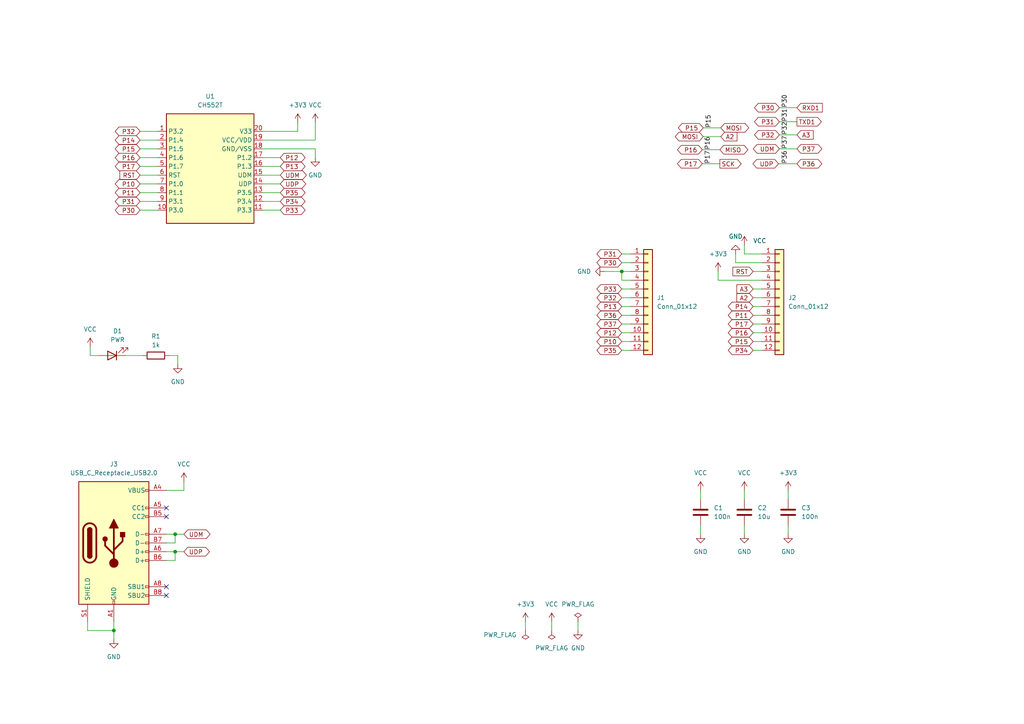
<source format=kicad_sch>
(kicad_sch (version 20230121) (generator eeschema)
  (paper "A4")
  (title_block (title "CH552T ProMicro") (date "2023-10-21") (rev "v0.1") (company "Namnlos") (comment 1 "Jan Lindblom"))
  (lib_symbols
    (symbol "Connector:USB_C_Receptacle_USB2.0" (pin_names (offset 1.016))
      (property "Reference" "J" (at -10.16 19.05 0))
      (property "Value" "USB_C_Receptacle_USB2.0" (at 19.05 19.05 0))
      (symbol "USB_C_Receptacle_USB2.0_0_0"
        (rectangle (start -0.254 -17.78) (end 0.254 -16.764))
        (rectangle (start 10.16 -14.986) (end 9.144 -15.494))
        (rectangle (start 10.16 -12.446) (end 9.144 -12.954))
        (rectangle (start 10.16 -4.826) (end 9.144 -5.334))
        (rectangle (start 10.16 -2.286) (end 9.144 -2.794))
        (rectangle (start 10.16 0.254) (end 9.144 -0.254))
        (rectangle (start 10.16 2.794) (end 9.144 2.286))
        (rectangle (start 10.16 7.874) (end 9.144 7.366))
        (rectangle (start 10.16 10.414) (end 9.144 9.906))
        (rectangle (start 10.16 15.494) (end 9.144 14.986))
      )
      (symbol "USB_C_Receptacle_USB2.0_0_1"
        (rectangle (start -10.16 17.78) (end 10.16 -17.78) (stroke (width 0.254)) (fill (type background)))
        (arc (start -8.89 -3.81) (mid -6.985 -5.7067) (end -5.08 -3.81) (stroke (width 0.508)))
        (arc (start -7.62 -3.81) (mid -6.985 -4.4423) (end -6.35 -3.81) (stroke (width 0.254)))
        (arc (start -7.62 -3.81) (mid -6.985 -4.4423) (end -6.35 -3.81) (stroke (width 0.254)) (fill (type outline)))
        (rectangle (start -7.62 -3.81) (end -6.35 3.81) (stroke (width 0.254)) (fill (type outline)))
        (arc (start -6.35 3.81) (mid -6.985 4.4423) (end -7.62 3.81) (stroke (width 0.254)))
        (arc (start -6.35 3.81) (mid -6.985 4.4423) (end -7.62 3.81) (stroke (width 0.254)) (fill (type outline)))
        (arc (start -5.08 3.81) (mid -6.985 5.7067) (end -8.89 3.81) (stroke (width 0.508)))
        (circle (center -2.54 1.143) (radius 0.635) (stroke (width 0.254)) (fill (type outline)))
        (circle (center 0 -5.842) (radius 1.27) (fill (type outline)))
        (polyline (pts (xy -8.89 -3.81) (xy -8.89 3.81)) (stroke (width 0.508)))
        (polyline (pts (xy -5.08 3.81) (xy -5.08 -3.81)) (stroke (width 0.508)))
        (polyline (pts (xy 0 -5.842) (xy 0 4.318)) (stroke (width 0.508)))
        (polyline (pts (xy 0 -3.302) (xy -2.54 -0.762) (xy -2.54 0.508)) (stroke (width 0.508)))
        (polyline (pts (xy 0 -2.032) (xy 2.54 0.508) (xy 2.54 1.778)) (stroke (width 0.508)))
        (polyline (pts (xy -1.27 4.318) (xy 0 6.858) (xy 1.27 4.318) (xy -1.27 4.318)) (stroke (width 0.254)) (fill (type outline)))
        (rectangle (start 1.905 1.778) (end 3.175 3.048) (stroke (width 0.254)) (fill (type outline)))
      )
      (symbol "USB_C_Receptacle_USB2.0_1_1"
        (pin passive line (at 0 -22.86 90) (length 5.08) (name "GND") (number "A1"))
        (pin passive line (at 0 -22.86 90) (length 5.08) hide (name "GND") (number "A12"))
        (pin passive line (at 15.24 15.24 180) (length 5.08) (name "VBUS") (number "A4"))
        (pin bidirectional line (at 15.24 10.16 180) (length 5.08) (name "CC1") (number "A5"))
        (pin bidirectional line (at 15.24 -2.54 180) (length 5.08) (name "D+") (number "A6"))
        (pin bidirectional line (at 15.24 2.54 180) (length 5.08) (name "D-") (number "A7"))
        (pin bidirectional line (at 15.24 -12.7 180) (length 5.08) (name "SBU1") (number "A8"))
        (pin passive line (at 15.24 15.24 180) (length 5.08) hide (name "VBUS") (number "A9"))
        (pin passive line (at 0 -22.86 90) (length 5.08) hide (name "GND") (number "B1"))
        (pin passive line (at 0 -22.86 90) (length 5.08) hide (name "GND") (number "B12"))
        (pin passive line (at 15.24 15.24 180) (length 5.08) hide (name "VBUS") (number "B4"))
        (pin bidirectional line (at 15.24 7.62 180) (length 5.08) (name "CC2") (number "B5"))
        (pin bidirectional line (at 15.24 -5.08 180) (length 5.08) (name "D+") (number "B6"))
        (pin bidirectional line (at 15.24 0 180) (length 5.08) (name "D-") (number "B7"))
        (pin bidirectional line (at 15.24 -15.24 180) (length 5.08) (name "SBU2") (number "B8"))
        (pin passive line (at 15.24 15.24 180) (length 5.08) hide (name "VBUS") (number "B9"))
        (pin passive line (at -7.62 -22.86 90) (length 5.08) (name "SHIELD") (number "S1"))
      )
    )
    (symbol "Connector_Generic:Conn_01x12" (pin_names (offset 1.016) hide)
      (property "Reference" "J" (at 0 15.24 0))
      (property "Value" "Conn_01x12" (at 0 -17.78 0))
      (symbol "Conn_01x12_1_1"
        (rectangle (start -1.27 -15.113) (end 0 -15.367) (stroke (width 0.1524)))
        (rectangle (start -1.27 -12.573) (end 0 -12.827) (stroke (width 0.1524)))
        (rectangle (start -1.27 -10.033) (end 0 -10.287) (stroke (width 0.1524)))
        (rectangle (start -1.27 -7.493) (end 0 -7.747) (stroke (width 0.1524)))
        (rectangle (start -1.27 -4.953) (end 0 -5.207) (stroke (width 0.1524)))
        (rectangle (start -1.27 -2.413) (end 0 -2.667) (stroke (width 0.1524)))
        (rectangle (start -1.27 0.127) (end 0 -0.127) (stroke (width 0.1524)))
        (rectangle (start -1.27 2.667) (end 0 2.413) (stroke (width 0.1524)))
        (rectangle (start -1.27 5.207) (end 0 4.953) (stroke (width 0.1524)))
        (rectangle (start -1.27 7.747) (end 0 7.493) (stroke (width 0.1524)))
        (rectangle (start -1.27 10.287) (end 0 10.033) (stroke (width 0.1524)))
        (rectangle (start -1.27 12.827) (end 0 12.573) (stroke (width 0.1524)))
        (rectangle (start -1.27 13.97) (end 1.27 -16.51) (stroke (width 0.254)) (fill (type background)))
        (pin passive line (at -5.08 12.7 0) (length 3.81) (name "Pin_1") (number "1"))
        (pin passive line (at -5.08 -10.16 0) (length 3.81) (name "Pin_10") (number "10"))
        (pin passive line (at -5.08 -12.7 0) (length 3.81) (name "Pin_11") (number "11"))
        (pin passive line (at -5.08 -15.24 0) (length 3.81) (name "Pin_12") (number "12"))
        (pin passive line (at -5.08 10.16 0) (length 3.81) (name "Pin_2") (number "2"))
        (pin passive line (at -5.08 7.62 0) (length 3.81) (name "Pin_3") (number "3"))
        (pin passive line (at -5.08 5.08 0) (length 3.81) (name "Pin_4") (number "4"))
        (pin passive line (at -5.08 2.54 0) (length 3.81) (name "Pin_5") (number "5"))
        (pin passive line (at -5.08 0 0) (length 3.81) (name "Pin_6") (number "6"))
        (pin passive line (at -5.08 -2.54 0) (length 3.81) (name "Pin_7") (number "7"))
        (pin passive line (at -5.08 -5.08 0) (length 3.81) (name "Pin_8") (number "8"))
        (pin passive line (at -5.08 -7.62 0) (length 3.81) (name "Pin_9") (number "9"))
      )
    )
    (symbol "Device:C" (pin_numbers hide) (pin_names (offset 0.254))
      (property "Reference" "C" (at 0.635 2.54 0))
      (property "Value" "C" (at 0.635 -2.54 0))
      (symbol "C_0_1"
        (polyline (pts (xy -2.032 -0.762) (xy 2.032 -0.762)) (stroke (width 0.508)))
        (polyline (pts (xy -2.032 0.762) (xy 2.032 0.762)) (stroke (width 0.508)))
      )
      (symbol "C_1_1"
        (pin passive line (at 0 3.81 270) (length 2.794) (name "~") (number "1"))
        (pin passive line (at 0 -3.81 90) (length 2.794) (name "~") (number "2"))
      )
    )
    (symbol "Device:LED" (pin_numbers hide) (pin_names (offset 1.016) hide)
      (property "Reference" "D" (at 0 2.54 0))
      (property "Value" "LED" (at 0 -2.54 0))
      (symbol "LED_0_1"
        (polyline (pts (xy -1.27 -1.27) (xy -1.27 1.27)) (stroke (width 0.254)))
        (polyline (pts (xy -1.27 0) (xy 1.27 0)))
        (polyline (pts (xy 1.27 -1.27) (xy 1.27 1.27) (xy -1.27 0) (xy 1.27 -1.27)) (stroke (width 0.254)))
        (polyline (pts (xy -3.048 -0.762) (xy -4.572 -2.286) (xy -3.81 -2.286) (xy -4.572 -2.286) (xy -4.572 -1.524)))
        (polyline (pts (xy -1.778 -0.762) (xy -3.302 -2.286) (xy -2.54 -2.286) (xy -3.302 -2.286) (xy -3.302 -1.524)))
      )
      (symbol "LED_1_1"
        (pin passive line (at -3.81 0 0) (length 2.54) (name "K") (number "1"))
        (pin passive line (at 3.81 0 180) (length 2.54) (name "A") (number "2"))
      )
    )
    (symbol "Device:R" (pin_numbers hide) (pin_names (offset 0))
      (property "Reference" "R" (at 2.032 0 90))
      (property "Value" "R" (at 0 0 90))
      (symbol "R_0_1"
        (rectangle (start -1.016 -2.54) (end 1.016 2.54) (stroke (width 0.254)))
      )
      (symbol "R_1_1"
        (pin passive line (at 0 3.81 270) (length 1.27) (name "~") (number "1"))
        (pin passive line (at 0 -3.81 90) (length 1.27) (name "~") (number "2"))
      )
    )
    (symbol "ch55x:CH552T"
      (property "Reference" "U?" (at -1.27 31.75 0))
      (property "Value" "CH552T" (at -3.81 -2.54 0))
      (symbol "CH552T_0_1"
        (rectangle (start -12.7 30.48) (end 12.7 -1.27) (stroke (width 0.254)) (fill (type background)))
      )
      (symbol "CH552T_1_1"
        (pin bidirectional line (at -15.24 25.4 0) (length 2.54) (name "P3.2") (number "1"))
        (pin bidirectional line (at -15.24 2.54 0) (length 2.54) (name "P3.0") (number "10"))
        (pin bidirectional line (at 15.24 2.54 180) (length 2.54) (name "P3.3") (number "11"))
        (pin bidirectional line (at 15.24 5.08 180) (length 2.54) (name "P3.4") (number "12"))
        (pin bidirectional line (at 15.24 7.62 180) (length 2.54) (name "P3.5") (number "13"))
        (pin bidirectional line (at 15.24 10.16 180) (length 2.54) (name "P3.6") (number "14") (alternate "UDP" bidirectional line))
        (pin bidirectional line (at 15.24 12.7 180) (length 2.54) (name "P3.7") (number "15") (alternate "UDM" bidirectional line))
        (pin bidirectional line (at 15.24 15.24 180) (length 2.54) (name "P1.3") (number "16"))
        (pin bidirectional line (at 15.24 17.78 180) (length 2.54) (name "P1.2") (number "17"))
        (pin power_in line (at 15.24 20.32 180) (length 2.54) (name "GND/VSS") (number "18"))
        (pin power_in line (at 15.24 22.86 180) (length 2.54) (name "VCC/VDD") (number "19"))
        (pin bidirectional line (at -15.24 22.86 0) (length 2.54) (name "P1.4") (number "2"))
        (pin power_in line (at 15.24 25.4 180) (length 2.54) (name "V33") (number "20"))
        (pin bidirectional line (at -15.24 20.32 0) (length 2.54) (name "P1.5") (number "3"))
        (pin bidirectional line (at -15.24 17.78 0) (length 2.54) (name "P1.6") (number "4"))
        (pin bidirectional line (at -15.24 15.24 0) (length 2.54) (name "P1.7") (number "5"))
        (pin input line (at -15.24 12.7 0) (length 2.54) (name "RST") (number "6"))
        (pin bidirectional line (at -15.24 10.16 0) (length 2.54) (name "P1.0") (number "7"))
        (pin bidirectional line (at -15.24 7.62 0) (length 2.54) (name "P1.1") (number "8"))
        (pin bidirectional line (at -15.24 5.08 0) (length 2.54) (name "P3.1") (number "9"))
      )
    )
    (symbol "power:+3V3" (power) (pin_names (offset 0))
      (property "Value" "+3V3" (at 0 3.556 0))
      (symbol "+3V3_0_1"
        (polyline (pts (xy -0.762 1.27) (xy 0 2.54)))
        (polyline (pts (xy 0 0) (xy 0 2.54)))
        (polyline (pts (xy 0 2.54) (xy 0.762 1.27)))
      )
      (symbol "+3V3_1_1"
        (pin power_in line (at 0 0 90) (length 0) hide (name "+3V3") (number "1"))
      )
    )
    (symbol "power:GND" (power) (pin_names (offset 0))
      (property "Value" "GND" (at 0 -3.81 0))
      (symbol "GND_0_1"
        (polyline (pts (xy 0 0) (xy 0 -1.27) (xy 1.27 -1.27) (xy 0 -2.54) (xy -1.27 -1.27) (xy 0 -1.27)))
      )
      (symbol "GND_1_1"
        (pin power_in line (at 0 0 270) (length 0) hide (name "GND") (number "1"))
      )
    )
    (symbol "power:PWR_FLAG" (power) (pin_numbers hide) (pin_names (offset 0) hide)
      (property "Value" "PWR_FLAG" (at 0 3.81 0))
      (symbol "PWR_FLAG_0_0"
        (pin power_out line (at 0 0 90) (length 0) (name "pwr") (number "1"))
      )
      (symbol "PWR_FLAG_0_1"
        (polyline (pts (xy 0 0) (xy 0 1.27) (xy -1.016 1.905) (xy 0 2.54) (xy 1.016 1.905) (xy 0 1.27)))
      )
    )
    (symbol "power:VCC" (power) (pin_names (offset 0))
      (property "Value" "VCC" (at 0 3.81 0))
      (symbol "VCC_0_1"
        (polyline (pts (xy -0.762 1.27) (xy 0 2.54)))
        (polyline (pts (xy 0 0) (xy 0 2.54)))
        (polyline (pts (xy 0 2.54) (xy 0.762 1.27)))
      )
      (symbol "VCC_1_1"
        (pin power_in line (at 0 0 90) (length 0) hide (name "VCC") (number "1"))
      )
    )
  )
  (junction (at 50.8 160.02))
  (junction (at 50.8 154.94))
  (junction (at 180.34 78.74))
  (junction (at 33.02 182.88))
  (no_connect (at 48.26 172.72))
  (no_connect (at 48.26 170.18))
  (no_connect (at 48.26 149.86))
  (no_connect (at 48.26 147.32))
  (wire (pts (xy 48.26 154.94) (xy 50.8 154.94)))
  (wire (pts (xy 76.2 58.42) (xy 81.28 58.42)))
  (wire (pts (xy 48.26 160.02) (xy 50.8 160.02)))
  (wire (pts (xy 33.02 182.88) (xy 33.02 185.42)))
  (wire (pts (xy 203.962 39.624) (xy 209.042 39.624)))
  (wire (pts (xy 226.06 35.306) (xy 231.14 35.306)))
  (wire (pts (xy 160.02 180.34) (xy 160.02 182.88)))
  (wire (pts (xy 228.6 152.4) (xy 228.6 154.94)))
  (wire (pts (xy 40.64 60.96) (xy 45.72 60.96)))
  (wire (pts (xy 218.44 78.74) (xy 220.98 78.74)))
  (wire (pts (xy 33.02 180.34) (xy 33.02 182.88)))
  (wire (pts (xy 48.26 142.24) (xy 53.34 142.24)))
  (wire (pts (xy 40.64 48.26) (xy 45.72 48.26)))
  (wire (pts (xy 76.2 60.96) (xy 81.28 60.96)))
  (wire (pts (xy 76.2 45.72) (xy 81.28 45.72)))
  (wire (pts (xy 76.2 38.1) (xy 86.36 38.1)))
  (wire (pts (xy 53.34 139.7) (xy 53.34 142.24)))
  (wire (pts (xy 228.6 142.24) (xy 228.6 144.78)))
  (wire (pts (xy 180.34 93.98) (xy 182.88 93.98)))
  (wire (pts (xy 182.88 81.28) (xy 180.34 81.28)))
  (wire (pts (xy 50.8 157.48) (xy 50.8 154.94)))
  (wire (pts (xy 203.2 142.24) (xy 203.2 144.78)))
  (wire (pts (xy 76.2 48.26) (xy 81.28 48.26)))
  (wire (pts (xy 48.26 162.56) (xy 50.8 162.56)))
  (wire (pts (xy 225.806 47.498) (xy 231.14 47.498)))
  (wire (pts (xy 76.2 43.18) (xy 91.44 43.18)))
  (wire (pts (xy 40.64 58.42) (xy 45.72 58.42)))
  (wire (pts (xy 91.44 43.18) (xy 91.44 45.72)))
  (wire (pts (xy 40.64 43.18) (xy 45.72 43.18)))
  (wire (pts (xy 25.4 182.88) (xy 33.02 182.88)))
  (wire (pts (xy 218.44 88.9) (xy 220.98 88.9)))
  (wire (pts (xy 226.06 43.18) (xy 231.14 43.18)))
  (wire (pts (xy 180.34 83.82) (xy 182.88 83.82)))
  (wire (pts (xy 26.162 100.584) (xy 26.162 103.124)))
  (wire (pts (xy 48.26 157.48) (xy 50.8 157.48)))
  (wire (pts (xy 213.36 76.2) (xy 220.98 76.2)))
  (wire (pts (xy 218.44 86.36) (xy 220.98 86.36)))
  (wire (pts (xy 180.34 91.44) (xy 182.88 91.44)))
  (wire (pts (xy 208.28 81.28) (xy 220.98 81.28)))
  (wire (pts (xy 49.022 103.124) (xy 51.562 103.124)))
  (wire (pts (xy 218.44 99.06) (xy 220.98 99.06)))
  (wire (pts (xy 36.322 103.124) (xy 41.402 103.124)))
  (wire (pts (xy 180.34 73.66) (xy 182.88 73.66)))
  (wire (pts (xy 180.34 78.74) (xy 182.88 78.74)))
  (wire (pts (xy 152.4 180.34) (xy 152.4 182.88)))
  (wire (pts (xy 86.36 38.1) (xy 86.36 35.56)))
  (wire (pts (xy 180.34 88.9) (xy 182.88 88.9)))
  (wire (pts (xy 218.44 101.6) (xy 220.98 101.6)))
  (wire (pts (xy 203.2 152.4) (xy 203.2 154.94)))
  (wire (pts (xy 175.26 78.74) (xy 180.34 78.74)))
  (wire (pts (xy 203.962 37.084) (xy 209.042 37.084)))
  (wire (pts (xy 167.64 180.34) (xy 167.64 182.88)))
  (wire (pts (xy 40.64 53.34) (xy 45.72 53.34)))
  (wire (pts (xy 180.34 101.6) (xy 182.88 101.6)))
  (wire (pts (xy 218.44 83.82) (xy 220.98 83.82)))
  (wire (pts (xy 26.162 103.124) (xy 28.702 103.124)))
  (wire (pts (xy 40.64 45.72) (xy 45.72 45.72)))
  (wire (pts (xy 76.2 40.64) (xy 91.44 40.64)))
  (wire (pts (xy 218.44 91.44) (xy 220.98 91.44)))
  (wire (pts (xy 226.06 39.116) (xy 231.14 39.116)))
  (wire (pts (xy 180.34 96.52) (xy 182.88 96.52)))
  (wire (pts (xy 226.06 31.242) (xy 231.14 31.242)))
  (wire (pts (xy 203.708 47.498) (xy 208.788 47.498)))
  (wire (pts (xy 218.44 96.52) (xy 220.98 96.52)))
  (wire (pts (xy 50.8 162.56) (xy 50.8 160.02)))
  (wire (pts (xy 180.34 99.06) (xy 182.88 99.06)))
  (wire (pts (xy 215.9 73.66) (xy 220.98 73.66)))
  (wire (pts (xy 180.34 76.2) (xy 182.88 76.2)))
  (wire (pts (xy 51.562 103.124) (xy 51.562 105.664)))
  (wire (pts (xy 40.64 55.88) (xy 45.72 55.88)))
  (wire (pts (xy 50.8 160.02) (xy 53.34 160.02)))
  (wire (pts (xy 76.2 53.34) (xy 81.28 53.34)))
  (wire (pts (xy 180.34 81.28) (xy 180.34 78.74)))
  (wire (pts (xy 25.4 180.34) (xy 25.4 182.88)))
  (wire (pts (xy 215.9 142.24) (xy 215.9 144.78)))
  (wire (pts (xy 50.8 154.94) (xy 53.34 154.94)))
  (wire (pts (xy 76.2 55.88) (xy 81.28 55.88)))
  (wire (pts (xy 91.44 40.64) (xy 91.44 35.56)))
  (wire (pts (xy 40.64 38.1) (xy 45.72 38.1)))
  (wire (pts (xy 180.34 86.36) (xy 182.88 86.36)))
  (wire (pts (xy 215.9 152.4) (xy 215.9 154.94)))
  (wire (pts (xy 208.28 78.74) (xy 208.28 81.28)))
  (wire (pts (xy 40.64 40.64) (xy 45.72 40.64)))
  (wire (pts (xy 76.2 50.8) (xy 81.28 50.8)))
  (wire (pts (xy 215.9 71.12) (xy 215.9 73.66)))
  (wire (pts (xy 203.708 43.434) (xy 208.788 43.434)))
  (wire (pts (xy 40.64 50.8) (xy 45.72 50.8)))
  (wire (pts (xy 213.36 73.66) (xy 213.36 76.2)))
  (wire (pts (xy 218.44 93.98) (xy 220.98 93.98)))
  (label "P37" (at 228.6 43.18 90))
  (label "P16" (at 206.248 43.434 90))
  (label "P15" (at 206.502 37.084 90))
  (label "P31" (at 228.6 35.306 90))
  (label "P32" (at 228.6 39.116 90))
  (label "P30" (at 228.6 31.242 90))
  (label "P36" (at 228.6 47.498 90))
  (label "P17" (at 206.248 47.498 90))
  (global_label "P33" (shape bidirectional) (at 180.34 83.82 180) (property "Intersheetrefs" "${INTERSHEET_REFS}" (effects hide)))
  (global_label "P12" (shape bidirectional) (at 180.34 96.52 180) (property "Intersheetrefs" "${INTERSHEET_REFS}" (effects hide)))
  (global_label "P14" (shape bidirectional) (at 218.44 88.9 180) (property "Intersheetrefs" "${INTERSHEET_REFS}" (effects hide)))
  (global_label "RST" (shape input) (at 218.44 78.74 180) (property "Intersheetrefs" "${INTERSHEET_REFS}" (effects hide)))
  (global_label "P16" (shape bidirectional) (at 218.44 96.52 180) (property "Intersheetrefs" "${INTERSHEET_REFS}" (effects hide)))
  (global_label "P10" (shape bidirectional) (at 180.34 99.06 180) (property "Intersheetrefs" "${INTERSHEET_REFS}" (effects hide)))
  (global_label "P10" (shape bidirectional) (at 40.64 53.34 180) (property "Intersheetrefs" "${INTERSHEET_REFS}" (effects hide)))
  (global_label "MOSI" (shape bidirectional) (at 209.042 37.084 0) (property "Intersheetrefs" "${INTERSHEET_REFS}" (effects hide)))
  (global_label "P15" (shape bidirectional) (at 218.44 99.06 180) (property "Intersheetrefs" "${INTERSHEET_REFS}" (effects hide)))
  (global_label "P32" (shape bidirectional) (at 226.06 39.116 180) (property "Intersheetrefs" "${INTERSHEET_REFS}" (effects hide)))
  (global_label "P12" (shape bidirectional) (at 81.28 45.72 0) (property "Intersheetrefs" "${INTERSHEET_REFS}" (effects hide)))
  (global_label "P34" (shape bidirectional) (at 218.44 101.6 180) (property "Intersheetrefs" "${INTERSHEET_REFS}" (effects hide)))
  (global_label "P32" (shape bidirectional) (at 180.34 86.36 180) (property "Intersheetrefs" "${INTERSHEET_REFS}" (effects hide)))
  (global_label "P15" (shape bidirectional) (at 40.64 43.18 180) (property "Intersheetrefs" "${INTERSHEET_REFS}" (effects hide)))
  (global_label "RXD1" (shape input) (at 231.14 31.242 0) (property "Intersheetrefs" "${INTERSHEET_REFS}" (effects hide)))
  (global_label "P15" (shape bidirectional) (at 203.962 37.084 180) (property "Intersheetrefs" "${INTERSHEET_REFS}" (effects hide)))
  (global_label "P36" (shape bidirectional) (at 180.34 91.44 180) (property "Intersheetrefs" "${INTERSHEET_REFS}" (effects hide)))
  (global_label "UDM" (shape bidirectional) (at 53.34 154.94 0) (property "Intersheetrefs" "${INTERSHEET_REFS}" (effects hide)))
  (global_label "P31" (shape bidirectional) (at 40.64 58.42 180) (property "Intersheetrefs" "${INTERSHEET_REFS}" (effects hide)))
  (global_label "TXD1" (shape output) (at 231.14 35.306 0) (property "Intersheetrefs" "${INTERSHEET_REFS}" (effects hide)))
  (global_label "P17" (shape bidirectional) (at 203.708 47.498 180) (property "Intersheetrefs" "${INTERSHEET_REFS}" (effects hide)))
  (global_label "UDM" (shape bidirectional) (at 81.28 50.8 0) (property "Intersheetrefs" "${INTERSHEET_REFS}" (effects hide)))
  (global_label "MOSI" (shape bidirectional) (at 203.962 39.624 180) (property "Intersheetrefs" "${INTERSHEET_REFS}" (effects hide)))
  (global_label "P11" (shape bidirectional) (at 218.44 91.44 180) (property "Intersheetrefs" "${INTERSHEET_REFS}" (effects hide)))
  (global_label "P31" (shape bidirectional) (at 226.06 35.306 180) (property "Intersheetrefs" "${INTERSHEET_REFS}" (effects hide)))
  (global_label "P34" (shape bidirectional) (at 81.28 58.42 0) (property "Intersheetrefs" "${INTERSHEET_REFS}" (effects hide)))
  (global_label "P37" (shape bidirectional) (at 231.14 43.18 0) (property "Intersheetrefs" "${INTERSHEET_REFS}" (effects hide)))
  (global_label "UDM" (shape bidirectional) (at 226.06 43.18 180) (property "Intersheetrefs" "${INTERSHEET_REFS}" (effects hide)))
  (global_label "UDP" (shape bidirectional) (at 81.28 53.34 0) (property "Intersheetrefs" "${INTERSHEET_REFS}" (effects hide)))
  (global_label "P35" (shape bidirectional) (at 81.28 55.88 0) (property "Intersheetrefs" "${INTERSHEET_REFS}" (effects hide)))
  (global_label "P17" (shape bidirectional) (at 218.44 93.98 180) (property "Intersheetrefs" "${INTERSHEET_REFS}" (effects hide)))
  (global_label "P33" (shape bidirectional) (at 81.28 60.96 0) (property "Intersheetrefs" "${INTERSHEET_REFS}" (effects hide)))
  (global_label "SCK" (shape output) (at 208.788 47.498 0) (property "Intersheetrefs" "${INTERSHEET_REFS}" (effects hide)))
  (global_label "A3" (shape input) (at 231.14 39.116 0) (property "Intersheetrefs" "${INTERSHEET_REFS}" (effects hide)))
  (global_label "P13" (shape bidirectional) (at 180.34 88.9 180) (property "Intersheetrefs" "${INTERSHEET_REFS}" (effects hide)))
  (global_label "P16" (shape bidirectional) (at 203.708 43.434 180) (property "Intersheetrefs" "${INTERSHEET_REFS}" (effects hide)))
  (global_label "A3" (shape input) (at 218.44 83.82 180) (property "Intersheetrefs" "${INTERSHEET_REFS}" (effects hide)))
  (global_label "P11" (shape bidirectional) (at 40.64 55.88 180) (property "Intersheetrefs" "${INTERSHEET_REFS}" (effects hide)))
  (global_label "P32" (shape bidirectional) (at 40.64 38.1 180) (property "Intersheetrefs" "${INTERSHEET_REFS}" (effects hide)))
  (global_label "P31" (shape bidirectional) (at 180.34 73.66 180) (property "Intersheetrefs" "${INTERSHEET_REFS}" (effects hide)))
  (global_label "P17" (shape bidirectional) (at 40.64 48.26 180) (property "Intersheetrefs" "${INTERSHEET_REFS}" (effects hide)))
  (global_label "P36" (shape bidirectional) (at 231.14 47.498 0) (property "Intersheetrefs" "${INTERSHEET_REFS}" (effects hide)))
  (global_label "P30" (shape bidirectional) (at 180.34 76.2 180) (property "Intersheetrefs" "${INTERSHEET_REFS}" (effects hide)))
  (global_label "A2" (shape input) (at 218.44 86.36 180) (property "Intersheetrefs" "${INTERSHEET_REFS}" (effects hide)))
  (global_label "UDP" (shape bidirectional) (at 225.806 47.498 180) (property "Intersheetrefs" "${INTERSHEET_REFS}" (effects hide)))
  (global_label "P35" (shape bidirectional) (at 180.34 101.6 180) (property "Intersheetrefs" "${INTERSHEET_REFS}" (effects hide)))
  (global_label "P13" (shape bidirectional) (at 81.28 48.26 0) (property "Intersheetrefs" "${INTERSHEET_REFS}" (effects hide)))
  (global_label "A2" (shape input) (at 209.042 39.624 0) (property "Intersheetrefs" "${INTERSHEET_REFS}" (effects hide)))
  (global_label "P16" (shape bidirectional) (at 40.64 45.72 180) (property "Intersheetrefs" "${INTERSHEET_REFS}" (effects hide)))
  (global_label "P37" (shape bidirectional) (at 180.34 93.98 180) (property "Intersheetrefs" "${INTERSHEET_REFS}" (effects hide)))
  (global_label "UDP" (shape bidirectional) (at 53.34 160.02 0) (property "Intersheetrefs" "${INTERSHEET_REFS}" (effects hide)))
  (global_label "P14" (shape bidirectional) (at 40.64 40.64 180) (property "Intersheetrefs" "${INTERSHEET_REFS}" (effects hide)))
  (global_label "RST" (shape input) (at 40.64 50.8 180) (property "Intersheetrefs" "${INTERSHEET_REFS}" (effects hide)))
  (global_label "MISO" (shape bidirectional) (at 208.788 43.434 0) (property "Intersheetrefs" "${INTERSHEET_REFS}" (effects hide)))
  (global_label "P30" (shape bidirectional) (at 40.64 60.96 180) (property "Intersheetrefs" "${INTERSHEET_REFS}" (effects hide)))
  (global_label "P30" (shape bidirectional) (at 226.06 31.242 180) (property "Intersheetrefs" "${INTERSHEET_REFS}" (effects hide)))
  (symbol (lib_id "Connector:USB_C_Receptacle_USB2.0") (at 33.02 157.48 0) (unit 1)
    (property "Reference" "J3" (at 33.02 134.62 0))
    (property "Value" "USB_C_Receptacle_USB2.0" (at 33.02 137.16 0))
    (property "Footprint" "Connector_USB:USB_C_Receptacle_Palconn_UTC16-G" (effects hide))
    (property "Datasheet" "https://www.usb.org/sites/default/files/documents/usb_type-c.zip" (effects hide))
    (property "Sim.Device" "V" (effects hide))
    (property "Sim.Type" "DC" (effects hide))
    (property "Sim.Pins" "A1=- A4=+" (effects hide))
    (property "Sim.Params" "dc=5" (effects hide))
  )
  (symbol (lib_id "power:GND") (at 91.44 45.72 0) (unit 1)
    (property "Reference" "#PWR01" (effects hide))
    (property "Value" "GND" (at 91.44 50.8 0))
  )
  (symbol (lib_id "Device:C") (at 203.2 148.59 0) (unit 1)
    (property "Reference" "C1" (at 207.01 147.32 0) (effects (justify left)))
    (property "Value" "100n" (at 207.01 149.86 0) (effects (justify left)))
    (property "Footprint" "Capacitor_SMD:C_0805_2012Metric_Pad1.18x1.45mm_HandSolder" (effects hide))
  )
  (symbol (lib_id "power:GND") (at 228.6 154.94 0) (unit 1)
    (property "Reference" "#PWR010" (effects hide))
    (property "Value" "GND" (at 228.6 160.02 0))
  )
  (symbol (lib_id "Connector_Generic:Conn_01x12") (at 226.06 86.36 0) (unit 1)
    (property "Reference" "J2" (at 228.6 86.36 0) (effects (justify left)))
    (property "Value" "Conn_01x12" (at 228.6 88.9 0) (effects (justify left)))
    (property "Footprint" "Connector_PinHeader_2.54mm:PinHeader_1x12_P2.54mm_Vertical" (effects hide))
    (property "Sim.Enable" "0" (effects hide))
  )
  (symbol (lib_id "power:PWR_FLAG") (at 152.4 182.88 180) (unit 1)
    (property "Reference" "#FLG03" (effects hide))
    (property "Value" "PWR_FLAG" (at 149.86 184.15 0) (effects (justify left)))
  )
  (symbol (lib_id "power:+3V3") (at 228.6 142.24 0) (unit 1)
    (property "Reference" "#PWR07" (effects hide))
    (property "Value" "+3V3" (at 228.6 137.16 0))
  )
  (symbol (lib_id "power:VCC") (at 160.02 180.34 0) (unit 1)
    (property "Reference" "#PWR011" (effects hide))
    (property "Value" "VCC" (at 160.02 175.26 0))
  )
  (symbol (lib_id "power:+3V3") (at 152.4 180.34 0) (unit 1)
    (property "Reference" "#PWR012" (effects hide))
    (property "Value" "+3V3" (at 152.4 175.26 0))
  )
  (symbol (lib_id "power:VCC") (at 91.44 35.56 0) (unit 1)
    (property "Reference" "#PWR02" (effects hide))
    (property "Value" "VCC" (at 91.44 30.48 0))
  )
  (symbol (lib_id "power:VCC") (at 53.34 139.7 0) (unit 1)
    (property "Reference" "#PWR014" (effects hide))
    (property "Value" "VCC" (at 53.34 134.62 0))
  )
  (symbol (lib_id "power:GND") (at 33.02 185.42 0) (unit 1)
    (property "Reference" "#PWR03" (effects hide))
    (property "Value" "GND" (at 33.02 190.5 0))
  )
  (symbol (lib_id "power:GND") (at 167.64 182.88 0) (unit 1)
    (property "Reference" "#PWR013" (effects hide))
    (property "Value" "GND" (at 167.64 187.96 0))
  )
  (symbol (lib_id "power:GND") (at 213.36 73.66 180) (unit 1)
    (property "Reference" "#PWR016" (effects hide))
    (property "Value" "GND" (at 213.36 68.58 0))
  )
  (symbol (lib_id "power:+3V3") (at 208.28 78.74 0) (unit 1)
    (property "Reference" "#PWR018" (effects hide))
    (property "Value" "+3V3" (at 208.28 73.66 0))
  )
  (symbol (lib_id "Connector_Generic:Conn_01x12") (at 187.96 86.36 0) (unit 1)
    (property "Reference" "J1" (at 190.5 86.36 0) (effects (justify left)))
    (property "Value" "Conn_01x12" (at 190.5 88.9 0) (effects (justify left)))
    (property "Footprint" "Connector_PinHeader_2.54mm:PinHeader_1x12_P2.54mm_Vertical" (effects hide))
    (property "Sim.Enable" "0" (effects hide))
  )
  (symbol (lib_id "power:GND") (at 203.2 154.94 0) (unit 1)
    (property "Reference" "#PWR08" (effects hide))
    (property "Value" "GND" (at 203.2 160.02 0))
  )
  (symbol (lib_id "power:VCC") (at 203.2 142.24 0) (unit 1)
    (property "Reference" "#PWR04" (effects hide))
    (property "Value" "VCC" (at 203.2 137.16 0))
  )
  (symbol (lib_id "ch55x:CH552T") (at 60.96 63.5 0) (unit 1)
    (property "Reference" "U1" (at 60.96 27.94 0))
    (property "Value" "CH552T" (at 60.96 30.48 0))
    (property "Footprint" "Package_SO:TSSOP-20_4.4x6.5mm_P0.65mm" (effects hide))
    (property "Datasheet" "https://www.wch-ic.com/products/CH552.html" (effects hide))
    (property "Sim.Enable" "0" (effects hide))
    (pin "14" (alternate "UDP"))
    (pin "15" (alternate "UDM"))
  )
  (symbol (lib_id "power:VCC") (at 26.162 100.584 0) (unit 1)
    (property "Reference" "#PWR020" (effects hide))
    (property "Value" "VCC" (at 26.162 95.504 0))
  )
  (symbol (lib_id "Device:LED") (at 32.512 103.124 180) (unit 1)
    (property "Reference" "D1" (at 34.0995 96.012 0))
    (property "Value" "PWR" (at 34.0995 98.552 0))
    (property "Footprint" "LED_SMD:LED_1206_3216Metric_Pad1.42x1.75mm_HandSolder" (effects hide))
    (property "Sim.Device" "D" (effects hide))
    (property "Sim.Pins" "1=K 2=A" (effects hide))
    (property "Sim.Params" "temp=24" (effects hide))
  )
  (symbol (lib_id "power:+3V3") (at 86.36 35.56 0) (unit 1)
    (property "Reference" "#PWR06" (effects hide))
    (property "Value" "+3V3" (at 86.36 30.48 0))
  )
  (symbol (lib_id "power:VCC") (at 215.9 142.24 0) (unit 1)
    (property "Reference" "#PWR05" (effects hide))
    (property "Value" "VCC" (at 215.9 137.16 0))
  )
  (symbol (lib_id "power:PWR_FLAG") (at 160.02 182.88 180) (unit 1)
    (property "Reference" "#FLG02" (effects hide))
    (property "Value" "PWR_FLAG" (at 160.02 187.96 0))
  )
  (symbol (lib_id "Device:C") (at 215.9 148.59 0) (unit 1)
    (property "Reference" "C2" (at 219.71 147.32 0) (effects (justify left)))
    (property "Value" "10u" (at 219.71 149.86 0) (effects (justify left)))
    (property "Footprint" "Capacitor_SMD:C_0805_2012Metric_Pad1.18x1.45mm_HandSolder" (effects hide))
  )
  (symbol (lib_id "power:PWR_FLAG") (at 167.64 180.34 0) (unit 1)
    (property "Reference" "#FLG01" (effects hide))
    (property "Value" "PWR_FLAG" (at 167.64 175.26 0))
  )
  (symbol (lib_id "power:VCC") (at 215.9 71.12 0) (unit 1)
    (property "Reference" "#PWR015" (effects hide))
    (property "Value" "VCC" (at 218.44 69.85 0) (effects (justify left)))
  )
  (symbol (lib_id "power:GND") (at 215.9 154.94 0) (unit 1)
    (property "Reference" "#PWR09" (effects hide))
    (property "Value" "GND" (at 215.9 160.02 0))
  )
  (symbol (lib_id "Device:C") (at 228.6 148.59 0) (unit 1)
    (property "Reference" "C3" (at 232.41 147.32 0) (effects (justify left)))
    (property "Value" "100n" (at 232.41 149.86 0) (effects (justify left)))
    (property "Footprint" "Capacitor_SMD:C_0805_2012Metric_Pad1.18x1.45mm_HandSolder" (effects hide))
  )
  (symbol (lib_id "Device:R") (at 45.212 103.124 90) (unit 1)
    (property "Reference" "R1" (at 45.212 97.536 90))
    (property "Value" "1k" (at 45.212 100.076 90))
    (property "Footprint" "Resistor_SMD:R_0805_2012Metric_Pad1.20x1.40mm_HandSolder" (effects hide))
  )
  (symbol (lib_id "power:GND") (at 175.26 78.74 270) (unit 1)
    (property "Reference" "#PWR017" (effects hide))
    (property "Value" "GND" (at 171.45 78.74 90) (effects (justify right)))
  )
  (symbol (lib_id "power:GND") (at 51.562 105.664 0) (unit 1)
    (property "Reference" "#PWR019" (effects hide))
    (property "Value" "GND" (at 51.562 110.744 0))
  )
)
</source>
